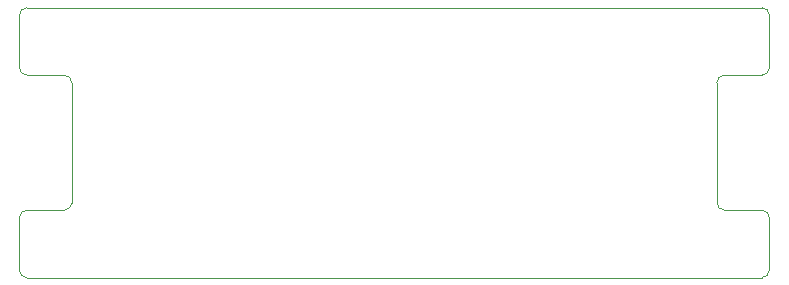
<source format=gm1>
G04 #@! TF.GenerationSoftware,KiCad,Pcbnew,(5.0.0-rc2-dev-444-g2974a2c10)*
G04 #@! TF.CreationDate,2019-12-18T16:23:52-08:00*
G04 #@! TF.ProjectId,ItsyBitsy breadboard,49747379426974737920627265616462,v02*
G04 #@! TF.SameCoordinates,Original*
G04 #@! TF.FileFunction,Profile,NP*
%FSLAX46Y46*%
G04 Gerber Fmt 4.6, Leading zero omitted, Abs format (unit mm)*
G04 Created by KiCad (PCBNEW (5.0.0-rc2-dev-444-g2974a2c10)) date 12/18/19 16:23:52*
%MOMM*%
%LPD*%
G01*
G04 APERTURE LIST*
%ADD10C,0.100000*%
G04 APERTURE END LIST*
D10*
X160147000Y-118745000D02*
X160147000Y-114300000D01*
X160147000Y-101600000D02*
G75*
G02X159512000Y-102235000I-635000J0D01*
G01*
X159512000Y-102235000D02*
X156337000Y-102235000D01*
X155702000Y-102870000D02*
X155702000Y-113030000D01*
X155702000Y-102870000D02*
G75*
G02X156337000Y-102235000I635000J0D01*
G01*
X156337000Y-113665000D02*
G75*
G02X155702000Y-113030000I0J635000D01*
G01*
X159512000Y-113665000D02*
G75*
G02X160147000Y-114300000I0J-635000D01*
G01*
X159512000Y-113665000D02*
X156337000Y-113665000D01*
X97282000Y-113665000D02*
X100457000Y-113665000D01*
X97282000Y-102235000D02*
X100457000Y-102235000D01*
X101092000Y-113030000D02*
G75*
G02X100457000Y-113665000I-635000J0D01*
G01*
X100457000Y-102235000D02*
G75*
G02X101092000Y-102870000I0J-635000D01*
G01*
X101092000Y-113030000D02*
X101092000Y-102870000D01*
X96647000Y-118745000D02*
X96647000Y-114300000D01*
X96647000Y-114300000D02*
G75*
G02X97282000Y-113665000I635000J0D01*
G01*
X97282000Y-102235000D02*
G75*
G02X96647000Y-101600000I0J635000D01*
G01*
X160147000Y-118745000D02*
G75*
G02X159512000Y-119380000I-635000J0D01*
G01*
X97282000Y-119380000D02*
G75*
G02X96647000Y-118745000I0J635000D01*
G01*
X96647000Y-97155000D02*
G75*
G02X97282000Y-96520000I635000J0D01*
G01*
X159512000Y-96520000D02*
G75*
G02X160147000Y-97155000I0J-635000D01*
G01*
X96647000Y-101600000D02*
X96647000Y-97155000D01*
X97282000Y-119380000D02*
X159512000Y-119380000D01*
X97282000Y-96520000D02*
X159512000Y-96520000D01*
X160147000Y-101600000D02*
X160147000Y-97155000D01*
M02*

</source>
